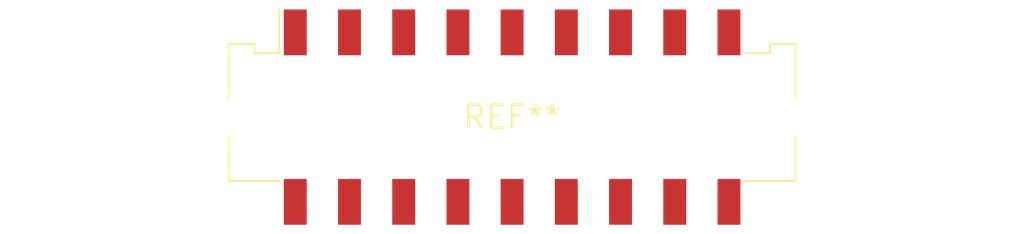
<source format=kicad_pcb>
(kicad_pcb (version 20240108) (generator pcbnew)
  (layers (0 "F.Cu" signal) (31 "B.Cu" signal) (34 "B.Paste" user) (35 "F.Paste" user) (36 "B.SilkS" user "B.Silkscreen") (37 "F.SilkS" user "F.Silkscreen") (38 "B.Mask" user) (39 "F.Mask" user) (44 "Edge.Cuts" user))
  (net 0 "")
  (footprint "Molex_Micro-Fit_3.0_43045-1815_2x09_P3.00mm_Vertical" (layer "F.Cu") (at 0 0)
    (property "Reference" "REF**")
    (property "Value" "Molex_Micro-Fit_3.0_43045-1815_2x09_P3.00mm_Vertical")
    (fp_line (start -15.685 -4.05) (end -14.265 -4.05) (layer "F.SilkS") (stroke (width 0.12)))
    (fp_line (start -15.685 -1.085) (end -15.685 -4.05) (layer "F.SilkS") (stroke (width 0.12)))
    (fp_line (start -15.685 1.085) (end -15.685 3.54) (layer "F.SilkS") (stroke (width 0.12)))
    (fp_line (start -15.685 3.54) (end -12.895 3.54) (layer "F.SilkS") (stroke (width 0.12)))
    (fp_line (start -14.265 -4.05) (end -14.265 -3.55) (layer "F.SilkS") (stroke (width 0.12)))
    (fp_line (start -14.265 -3.55) (end -12.895 -3.55) (layer "F.SilkS") (stroke (width 0.12)))
    (fp_line (start -12.895 -3.55) (end -12.895 -5.97) (layer "F.SilkS") (stroke (width 0.12)))
    (fp_line (start 14.265 -4.05) (end 14.265 -3.55) (layer "F.SilkS") (stroke (width 0.12)))
    (fp_line (start 14.265 -3.55) (end 12.895 -3.55) (layer "F.SilkS") (stroke (width 0.12)))
    (fp_line (start 15.685 -4.05) (end 14.265 -4.05) (layer "F.SilkS") (stroke (width 0.12)))
    (fp_line (start 15.685 -1.085) (end 15.685 -4.05) (layer "F.SilkS") (stroke (width 0.12)))
    (fp_line (start 15.685 1.085) (end 15.685 3.54) (layer "F.SilkS") (stroke (width 0.12)))
    (fp_line (start 15.685 3.54) (end 12.895 3.54) (layer "F.SilkS") (stroke (width 0.12)))
    (pad "" np_thru_hole circle (at -14.15 0) (size 2.41 2.41) (drill 2.41) (layers *.Cu *.Mask))
    (pad "" np_thru_hole circle (at 14.15 0) (size 2.41 2.41) (drill 2.41) (layers *.Cu *.Mask))
    (pad "1" smd rect (at -12 -4.7) (size 1.27 2.54) (layers "F.Cu" "F.Paste" "F.Mask"))
    (pad "2" smd rect (at -9 -4.7) (size 1.27 2.54) (layers "F.Cu" "F.Paste" "F.Mask"))
    (pad "3" smd rect (at -6 -4.7) (size 1.27 2.54) (layers "F.Cu" "F.Paste" "F.Mask"))
    (pad "4" smd rect (at -3 -4.7) (size 1.27 2.54) (layers "F.Cu" "F.Paste" "F.Mask"))
    (pad "5" smd rect (at 0 -4.7) (size 1.27 2.54) (layers "F.Cu" "F.Paste" "F.Mask"))
    (pad "6" smd rect (at 3 -4.7) (size 1.27 2.54) (layers "F.Cu" "F.Paste" "F.Mask"))
    (pad "7" smd rect (at 6 -4.7) (size 1.27 2.54) (layers "F.Cu" "F.Paste" "F.Mask"))
    (pad "8" smd rect (at 9 -4.7) (size 1.27 2.54) (layers "F.Cu" "F.Paste" "F.Mask"))
    (pad "9" smd rect (at 12 -4.7) (size 1.27 2.54) (layers "F.Cu" "F.Paste" "F.Mask"))
    (pad "10" smd rect (at -12 4.7) (size 1.27 2.54) (layers "F.Cu" "F.Paste" "F.Mask"))
    (pad "11" smd rect (at -9 4.7) (size 1.27 2.54) (layers "F.Cu" "F.Paste" "F.Mask"))
    (pad "12" smd rect (at -6 4.7) (size 1.27 2.54) (layers "F.Cu" "F.Paste" "F.Mask"))
    (pad "13" smd rect (at -3 4.7) (size 1.27 2.54) (layers "F.Cu" "F.Paste" "F.Mask"))
    (pad "14" smd rect (at 0 4.7) (size 1.27 2.54) (layers "F.Cu" "F.Paste" "F.Mask"))
    (pad "15" smd rect (at 3 4.7) (size 1.27 2.54) (layers "F.Cu" "F.Paste" "F.Mask"))
    (pad "16" smd rect (at 6 4.7) (size 1.27 2.54) (layers "F.Cu" "F.Paste" "F.Mask"))
    (pad "17" smd rect (at 9 4.7) (size 1.27 2.54) (layers "F.Cu" "F.Paste" "F.Mask"))
    (pad "18" smd rect (at 12 4.7) (size 1.27 2.54) (layers "F.Cu" "F.Paste" "F.Mask"))
  )
)
</source>
